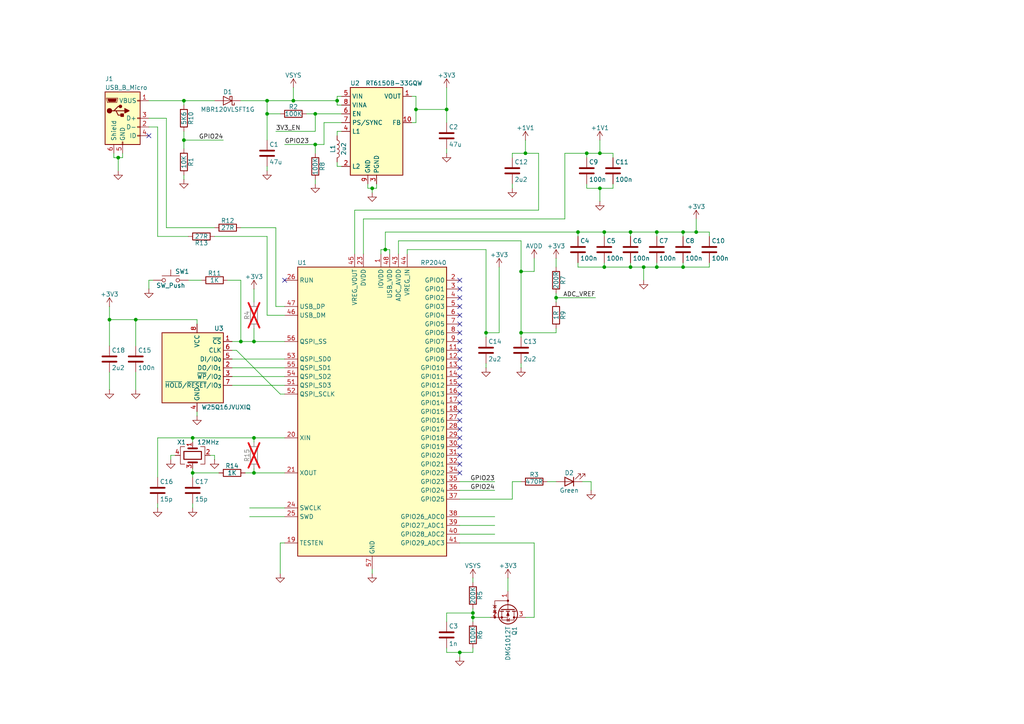
<source format=kicad_sch>
(kicad_sch (version 20250114) (generator "eeschema") (generator_version "9.0")
  (paper "A4")
  (title_block (title "Index Audio Amplifier") (date "In-Progress") (rev "0-dev") (comment 1 "Peter S. Hollander") (comment 2 "recursivenomad@protonmail.com") (comment 3 "MIT-0 OR CC0-1.0") (comment 4 "https://gitlab.com/recursivenomad/index-audio-amplifier/"))
  (lib_symbols
    (symbol "Connector:USB_B_Micro" (pin_names (offset 1.016))
      (property "Reference" "J" (at -5.08 11.43 0))
      (property "Value" "USB_B_Micro" (at -5.08 8.89 0))
      (symbol "USB_B_Micro_1_1"
        (pin passive line (at -2.54 -10.16 90) (length 2.54) (name "Shield") (number "6"))
        (pin power_out line (at 0 -10.16 90) (length 2.54) (name "GND") (number "5"))
        (pin power_out line (at 7.62 5.08 180) (length 2.54) (name "VBUS") (number "1"))
        (pin bidirectional line (at 7.62 0 180) (length 2.54) (name "D+") (number "3"))
        (pin bidirectional line (at 7.62 -2.54 180) (length 2.54) (name "D-") (number "2"))
        (pin passive line (at 7.62 -5.08 180) (length 2.54) (name "ID") (number "4"))
      )
    )
    (symbol "Device:C" (pin_numbers (hide yes)) (pin_names (offset 0.254))
      (property "Reference" "C" (at 0.635 2.54 0))
      (property "Value" "C" (at 0.635 -2.54 0))
      (symbol "C_1_1"
        (pin passive line (at 0 3.81 270) (length 2.794) (name "~") (number "1"))
        (pin passive line (at 0 -3.81 90) (length 2.794) (name "~") (number "2"))
      )
    )
    (symbol "Device:Crystal_GND24" (pin_names (offset 1.016) (hide yes))
      (property "Reference" "Y" (at 3.175 5.08 0))
      (property "Value" "Crystal_GND24" (at 3.175 3.175 0))
      (symbol "Crystal_GND24_1_1"
        (pin passive line (at -3.81 0 0) (length 1.27) (name "1") (number "1"))
        (pin passive line (at 0 5.08 270) (length 1.27) (name "2") (number "2"))
        (pin passive line (at 0 -5.08 90) (length 1.27) (name "4") (number "4"))
        (pin passive line (at 3.81 0 180) (length 1.27) (name "3") (number "3"))
      )
    )
    (symbol "Device:L" (pin_numbers (hide yes)) (pin_names (offset 1.016) (hide yes))
      (property "Reference" "L" (at -1.27 0 90))
      (property "Value" "L" (at 1.905 0 90))
      (symbol "L_1_1"
        (pin passive line (at 0 3.81 270) (length 1.27) (name "1") (number "1"))
        (pin passive line (at 0 -3.81 90) (length 1.27) (name "2") (number "2"))
      )
    )
    (symbol "Device:LED" (pin_numbers (hide yes)) (pin_names (offset 1.016) (hide yes))
      (property "Reference" "D" (at 0 2.54 0))
      (property "Value" "LED" (at 0 -2.54 0))
      (symbol "LED_1_1"
        (pin passive line (at -3.81 0 0) (length 2.54) (name "K") (number "1"))
        (pin passive line (at 3.81 0 180) (length 2.54) (name "A") (number "2"))
      )
    )
    (symbol "Device:R" (pin_numbers (hide yes)) (pin_names (offset 0))
      (property "Reference" "R" (at 2.032 0 90))
      (property "Value" "R" (at 0 0 90))
      (symbol "R_1_1"
        (pin passive line (at 0 3.81 270) (length 1.27) (name "~") (number "1"))
        (pin passive line (at 0 -3.81 90) (length 1.27) (name "~") (number "2"))
      )
    )
    (symbol "Diode:MBR1020VL" (pin_numbers (hide yes)) (pin_names (hide yes))
      (property "Reference" "D" (at 0 2.54 0))
      (property "Value" "MBR1020VL" (at 0 -2.54 0))
      (symbol "MBR1020VL_1_1"
        (pin passive line (at -3.81 0 0) (length 2.54) (name "K") (number "1"))
        (pin passive line (at 3.81 0 180) (length 2.54) (name "A") (number "2"))
      )
    )
    (symbol "MCU_RaspberryPi:RP2040"
      (property "Reference" "U" (at 17.78 45.72 0))
      (property "Value" "RP2040" (at 17.78 43.18 0))
      (symbol "RP2040_1_1"
        (pin input line (at -25.4 38.1 0) (length 3.81) (name "RUN") (number "26"))
        (pin bidirectional line (at -25.4 30.48 0) (length 3.81) (name "USB_DP") (number "47"))
        (pin bidirectional line (at -25.4 27.94 0) (length 3.81) (name "USB_DM") (number "46"))
        (pin bidirectional line (at -25.4 20.32 0) (length 3.81) (name "QSPI_SS") (number "56"))
        (pin bidirectional line (at -25.4 15.24 0) (length 3.81) (name "QSPI_SD0") (number "53"))
        (pin bidirectional line (at -25.4 12.7 0) (length 3.81) (name "QSPI_SD1") (number "55"))
        (pin bidirectional line (at -25.4 10.16 0) (length 3.81) (name "QSPI_SD2") (number "54"))
        (pin bidirectional line (at -25.4 7.62 0) (length 3.81) (name "QSPI_SD3") (number "51"))
        (pin output line (at -25.4 5.08 0) (length 3.81) (name "QSPI_SCLK") (number "52"))
        (pin input line (at -25.4 -7.62 0) (length 3.81) (name "XIN") (number "20"))
        (pin passive line (at -25.4 -17.78 0) (length 3.81) (name "XOUT") (number "21"))
        (pin input line (at -25.4 -27.94 0) (length 3.81) (name "SWCLK") (number "24"))
        (pin bidirectional line (at -25.4 -30.48 0) (length 3.81) (name "SWD") (number "25"))
        (pin input line (at -25.4 -38.1 0) (length 3.81) (name "TESTEN") (number "19"))
        (pin power_out line (at -5.08 45.72 270) (length 3.81) (name "VREG_VOUT") (number "45"))
        (pin power_in line (at -2.54 45.72 270) (length 3.81) (name "DVDD") (number "23"))
        (pin passive line (at -2.54 45.72 270) (length 3.81) (hide yes) (name "DVDD") (number "50"))
        (pin power_in line (at 0 -45.72 90) (length 3.81) (name "GND") (number "57"))
        (pin power_in line (at 2.54 45.72 270) (length 3.81) (name "IOVDD") (number "1"))
        (pin passive line (at 2.54 45.72 270) (length 3.81) (hide yes) (name "IOVDD") (number "10"))
        (pin passive line (at 2.54 45.72 270) (length 3.81) (hide yes) (name "IOVDD") (number "22"))
        (pin passive line (at 2.54 45.72 270) (length 3.81) (hide yes) (name "IOVDD") (number "33"))
        (pin passive line (at 2.54 45.72 270) (length 3.81) (hide yes) (name "IOVDD") (number "42"))
        (pin passive line (at 2.54 45.72 270) (length 3.81) (hide yes) (name "IOVDD") (number "49"))
        (pin power_in line (at 5.08 45.72 270) (length 3.81) (name "USB_VDD") (number "48"))
        (pin power_in line (at 7.62 45.72 270) (length 3.81) (name "ADC_AVDD") (number "43"))
        (pin power_in line (at 10.16 45.72 270) (length 3.81) (name "VREG_IN") (number "44"))
        (pin bidirectional line (at 25.4 38.1 180) (length 3.81) (name "GPIO0") (number "2"))
        (pin bidirectional line (at 25.4 35.56 180) (length 3.81) (name "GPIO1") (number "3"))
        (pin bidirectional line (at 25.4 33.02 180) (length 3.81) (name "GPIO2") (number "4"))
        (pin bidirectional line (at 25.4 30.48 180) (length 3.81) (name "GPIO3") (number "5"))
        (pin bidirectional line (at 25.4 27.94 180) (length 3.81) (name "GPIO4") (number "6"))
        (pin bidirectional line (at 25.4 25.4 180) (length 3.81) (name "GPIO5") (number "7"))
        (pin bidirectional line (at 25.4 22.86 180) (length 3.81) (name "GPIO6") (number "8"))
        (pin bidirectional line (at 25.4 20.32 180) (length 3.81) (name "GPIO7") (number "9"))
        (pin bidirectional line (at 25.4 17.78 180) (length 3.81) (name "GPIO8") (number "11"))
        (pin bidirectional line (at 25.4 15.24 180) (length 3.81) (name "GPIO9") (number "12"))
        (pin bidirectional line (at 25.4 12.7 180) (length 3.81) (name "GPIO10") (number "13"))
        (pin bidirectional line (at 25.4 10.16 180) (length 3.81) (name "GPIO11") (number "14"))
        (pin bidirectional line (at 25.4 7.62 180) (length 3.81) (name "GPIO12") (number "15"))
        (pin bidirectional line (at 25.4 5.08 180) (length 3.81) (name "GPIO13") (number "16"))
        (pin bidirectional line (at 25.4 2.54 180) (length 3.81) (name "GPIO14") (number "17"))
        (pin bidirectional line (at 25.4 0 180) (length 3.81) (name "GPIO15") (number "18"))
        (pin bidirectional line (at 25.4 -2.54 180) (length 3.81) (name "GPIO16") (number "27"))
        (pin bidirectional line (at 25.4 -5.08 180) (length 3.81) (name "GPIO17") (number "28"))
        (pin bidirectional line (at 25.4 -7.62 180) (length 3.81) (name "GPIO18") (number "29"))
        (pin bidirectional line (at 25.4 -10.16 180) (length 3.81) (name "GPIO19") (number "30"))
        (pin bidirectional line (at 25.4 -12.7 180) (length 3.81) (name "GPIO20") (number "31"))
        (pin bidirectional line (at 25.4 -15.24 180) (length 3.81) (name "GPIO21") (number "32"))
        (pin bidirectional line (at 25.4 -17.78 180) (length 3.81) (name "GPIO22") (number "34"))
        (pin bidirectional line (at 25.4 -20.32 180) (length 3.81) (name "GPIO23") (number "35"))
        (pin bidirectional line (at 25.4 -22.86 180) (length 3.81) (name "GPIO24") (number "36"))
        (pin bidirectional line (at 25.4 -25.4 180) (length 3.81) (name "GPIO25") (number "37"))
        (pin bidirectional line (at 25.4 -30.48 180) (length 3.81) (name "GPIO26_ADC0") (number "38"))
        (pin bidirectional line (at 25.4 -33.02 180) (length 3.81) (name "GPIO27_ADC1") (number "39"))
        (pin bidirectional line (at 25.4 -35.56 180) (length 3.81) (name "GPIO28_ADC2") (number "40"))
        (pin bidirectional line (at 25.4 -38.1 180) (length 3.81) (name "GPIO29_ADC3") (number "41"))
      )
    )
    (symbol "Memory_Flash:W25Q16JVSS"
      (property "Reference" "U" (at -6.35 11.43 0))
      (property "Value" "W25Q16JVSS" (at 7.62 11.43 0))
      (symbol "W25Q16JVSS_1_1"
        (pin input line (at -10.16 7.62 0) (length 2.54) (name "~{CS}") (number "1"))
        (pin input line (at -10.16 5.08 0) (length 2.54) (name "CLK") (number "6"))
        (pin bidirectional line (at -10.16 2.54 0) (length 2.54) (name "DI/IO_{0}") (number "5"))
        (pin bidirectional line (at -10.16 0 0) (length 2.54) (name "DO/IO_{1}") (number "2"))
        (pin bidirectional line (at -10.16 -2.54 0) (length 2.54) (name "~{WP}/IO_{2}") (number "3"))
        (pin bidirectional line (at -10.16 -5.08 0) (length 2.54) (name "~{HOLD}/~{RESET}/IO_{3}") (number "7"))
        (pin power_in line (at 0 12.7 270) (length 2.54) (name "VCC") (number "8"))
        (pin power_in line (at 0 -12.7 90) (length 2.54) (name "GND") (number "4"))
      )
    )
    (symbol "Regulator_Switching:TPS63000"
      (property "Reference" "U" (at -7.62 13.97 0))
      (property "Value" "TPS63000" (at 5.08 13.97 0))
      (symbol "TPS63000_1_1"
        (pin power_in line (at -10.16 10.16 0) (length 2.54) (name "VIN") (number "5"))
        (pin power_in line (at -10.16 7.62 0) (length 2.54) (name "VINA") (number "8"))
        (pin input line (at -10.16 5.08 0) (length 2.54) (name "EN") (number "6"))
        (pin input line (at -10.16 2.54 0) (length 2.54) (name "PS/SYNC") (number "7"))
        (pin input line (at -10.16 0 0) (length 2.54) (name "L1") (number "4"))
        (pin input line (at -10.16 -10.16 0) (length 2.54) (name "L2") (number "2"))
        (pin power_in line (at -2.54 -15.24 90) (length 2.54) (name "GND") (number "9"))
        (pin passive line (at 0 -15.24 90) (length 2.54) (hide yes) (name "PGND") (number "11"))
        (pin power_in line (at 0 -15.24 90) (length 2.54) (name "PGND") (number "3"))
        (pin power_out line (at 10.16 10.16 180) (length 2.54) (name "VOUT") (number "1"))
        (pin input line (at 10.16 2.54 180) (length 2.54) (name "FB") (number "10"))
      )
    )
    (symbol "Switch:SW_Push" (pin_numbers (hide yes)) (pin_names (offset 1.016) (hide yes))
      (property "Reference" "SW" (at 1.27 2.54 0))
      (property "Value" "SW_Push" (at 0 -1.524 0))
      (symbol "SW_Push_0_1"
        (pin passive line (at -5.08 0 0) (length 2.54) (name "1") (number "1"))
        (pin passive line (at 5.08 0 180) (length 2.54) (name "2") (number "2"))
      )
    )
    (symbol "Transistor_FET:DMG1012T" (pin_names (offset 0) (hide yes))
      (property "Reference" "Q" (at 5.08 1.905 0))
      (property "Value" "DMG1012T" (at 5.08 0 0))
      (symbol "DMG1012T_1_1"
        (pin input line (at -5.08 0 0) (length 2.54) (name "G") (number "1"))
        (pin passive line (at 2.54 5.08 270) (length 2.54) (name "D") (number "3"))
        (pin passive line (at 2.54 -5.08 90) (length 2.54) (name "S") (number "2"))
      )
    )
    (symbol "power:+1V1" (power) (pin_numbers (hide yes)) (pin_names (offset 0) (hide yes))
      (property "Value" "+1V1" (at 0 3.556 0))
      (symbol "+1V1_1_1"
        (pin power_in line (at 0 0 90) (length 0) (name "~") (number "1"))
      )
    )
    (symbol "power:+3V3" (power) (pin_numbers (hide yes)) (pin_names (offset 0) (hide yes))
      (property "Value" "+3V3" (at 0 3.556 0))
      (symbol "+3V3_1_1"
        (pin power_in line (at 0 0 90) (length 0) (name "~") (number "1"))
      )
    )
    (symbol "power:GND" (power) (pin_numbers (hide yes)) (pin_names (offset 0) (hide yes))
      (property "Value" "GND" (at 0 -3.81 0))
      (symbol "GND_1_1"
        (pin power_in line (at 0 0 270) (length 0) (name "~") (number "1"))
      )
    )
    (symbol "power:PWR_FLAG" (power) (pin_numbers (hide yes)) (pin_names (offset 0) (hide yes))
      (property "Value" "PWR_FLAG" (at 0 3.81 0))
      (symbol "PWR_FLAG_0_0"
        (pin power_out line (at 0 0 90) (length 0) (name "~") (number "1"))
      )
    )
    (symbol "power:VCC" (power) (pin_numbers (hide yes)) (pin_names (offset 0) (hide yes))
      (property "Value" "VCC" (at 0 3.556 0))
      (symbol "VCC_1_1"
        (pin power_in line (at 0 0 90) (length 0) (name "~") (number "1"))
      )
    )
    (symbol "power:VDDA" (power) (pin_numbers (hide yes)) (pin_names (offset 0) (hide yes))
      (property "Value" "VDDA" (at 0 3.556 0))
      (symbol "VDDA_1_1"
        (pin power_in line (at 0 0 90) (length 0) (name "~") (number "1"))
      )
    )
  )
  (junction (at 77.47 33.02))
  (junction (at 111.76 72.39))
  (junction (at 34.29 45.72))
  (junction (at 91.44 33.02))
  (junction (at 73.66 137.16))
  (junction (at 140.97 96.52))
  (junction (at 175.26 67.31))
  (junction (at 175.26 77.47))
  (junction (at 190.5 77.47))
  (junction (at 55.88 137.16))
  (junction (at 107.95 54.61))
  (junction (at 186.69 77.47))
  (junction (at 190.5 67.31))
  (junction (at 97.79 29.21))
  (junction (at 198.12 77.47))
  (junction (at 55.88 127))
  (junction (at 151.13 96.52))
  (junction (at 201.93 67.31))
  (junction (at 170.18 44.45))
  (junction (at 137.16 177.8))
  (junction (at 152.4 44.45))
  (junction (at 133.35 189.23))
  (junction (at 69.85 99.06))
  (junction (at 53.34 29.21))
  (junction (at 161.29 86.36))
  (junction (at 173.99 54.61))
  (junction (at 39.37 92.71))
  (junction (at 167.64 67.31))
  (junction (at 182.88 77.47))
  (junction (at 137.16 179.07))
  (junction (at 129.54 31.75))
  (junction (at 120.65 31.75))
  (junction (at 77.47 29.21))
  (junction (at 85.09 29.21))
  (junction (at 173.99 44.45))
  (junction (at 31.75 92.71))
  (junction (at 73.66 99.06))
  (junction (at 91.44 41.91))
  (junction (at 198.12 67.31))
  (junction (at 182.88 67.31))
  (junction (at 53.34 40.64))
  (junction (at 73.66 127))
  (junction (at 151.13 78.74))
  (no_connect (at 133.35 93.98))
  (no_connect (at 133.35 96.52))
  (no_connect (at 133.35 83.82))
  (no_connect (at 133.35 134.62))
  (no_connect (at 133.35 137.16))
  (no_connect (at 133.35 114.3))
  (no_connect (at 133.35 91.44))
  (no_connect (at 133.35 111.76))
  (no_connect (at 133.35 104.14))
  (no_connect (at 133.35 101.6))
  (no_connect (at 133.35 106.68))
  (no_connect (at 133.35 129.54))
  (no_connect (at 133.35 116.84))
  (no_connect (at 82.55 81.28))
  (no_connect (at 133.35 86.36))
  (no_connect (at 133.35 121.92))
  (no_connect (at 133.35 99.06))
  (no_connect (at 133.35 81.28))
  (no_connect (at 133.35 119.38))
  (no_connect (at 133.35 124.46))
  (no_connect (at 43.18 39.37))
  (no_connect (at 133.35 109.22))
  (no_connect (at 133.35 127))
  (no_connect (at 133.35 88.9))
  (no_connect (at 133.35 132.08))
  (wire (pts (xy 99.06 27.94) (xy 97.79 27.94)))
  (wire (pts (xy 148.59 54.61) (xy 148.59 53.34)))
  (wire (pts (xy 80.01 88.9) (xy 82.55 88.9)))
  (wire (pts (xy 73.66 127) (xy 82.55 127)))
  (wire (pts (xy 107.95 54.61) (xy 106.68 54.61)))
  (wire (pts (xy 55.88 127) (xy 73.66 127)))
  (wire (pts (xy 93.98 35.56) (xy 93.98 41.91)))
  (wire (pts (xy 140.97 72.39) (xy 140.97 96.52)))
  (wire (pts (xy 190.5 67.31) (xy 190.5 68.58)))
  (wire (pts (xy 57.15 120.65) (xy 57.15 119.38)))
  (wire (pts (xy 73.66 99.06) (xy 82.55 99.06)))
  (wire (pts (xy 77.47 29.21) (xy 77.47 33.02)))
  (wire (pts (xy 133.35 189.23) (xy 137.16 189.23)))
  (wire (pts (xy 154.94 74.93) (xy 154.94 78.74)))
  (wire (pts (xy 173.99 44.45) (xy 177.8 44.45)))
  (wire (pts (xy 140.97 96.52) (xy 144.78 96.52)))
  (wire (pts (xy 133.35 154.94) (xy 143.51 154.94)))
  (wire (pts (xy 62.23 29.21) (xy 53.34 29.21)))
  (wire (pts (xy 167.64 76.2) (xy 167.64 77.47)))
  (wire (pts (xy 177.8 44.45) (xy 177.8 45.72)))
  (wire (pts (xy 54.61 81.28) (xy 58.42 81.28)))
  (wire (pts (xy 105.41 73.66) (xy 105.41 63.5)))
  (wire (pts (xy 110.49 72.39) (xy 110.49 73.66)))
  (wire (pts (xy 80.01 66.04) (xy 80.01 88.9)))
  (wire (pts (xy 34.29 45.72) (xy 33.02 45.72)))
  (wire (pts (xy 67.31 109.22) (xy 82.55 109.22)))
  (wire (pts (xy 152.4 44.45) (xy 148.59 44.45)))
  (wire (pts (xy 170.18 44.45) (xy 170.18 45.72)))
  (wire (pts (xy 171.45 142.24) (xy 171.45 139.7)))
  (wire (pts (xy 88.9 33.02) (xy 91.44 33.02)))
  (wire (pts (xy 167.64 67.31) (xy 167.64 68.58)))
  (wire (pts (xy 48.26 66.04) (xy 62.23 66.04)))
  (wire (pts (xy 129.54 44.45) (xy 129.54 43.18)))
  (wire (pts (xy 161.29 96.52) (xy 151.13 96.52)))
  (wire (pts (xy 67.31 111.76) (xy 82.55 111.76)))
  (wire (pts (xy 43.18 81.28) (xy 43.18 83.82)))
  (wire (pts (xy 81.28 157.48) (xy 82.55 157.48)))
  (wire (pts (xy 49.53 132.08) (xy 50.8 132.08)))
  (wire (pts (xy 152.4 179.07) (xy 154.94 179.07)))
  (wire (pts (xy 186.69 77.47) (xy 186.69 81.28)))
  (wire (pts (xy 144.78 96.52) (xy 144.78 77.47)))
  (wire (pts (xy 163.83 44.45) (xy 163.83 63.5)))
  (wire (pts (xy 66.04 81.28) (xy 69.85 81.28)))
  (wire (pts (xy 31.75 92.71) (xy 31.75 100.33)))
  (wire (pts (xy 304.8 191.77) (xy 304.8 195.58)))
  (wire (pts (xy 53.34 29.21) (xy 43.18 29.21)))
  (wire (pts (xy 115.57 73.66) (xy 115.57 69.85)))
  (wire (pts (xy 198.12 77.47) (xy 205.74 77.47)))
  (wire (pts (xy 133.35 149.86) (xy 143.51 149.86)))
  (wire (pts (xy 205.74 76.2) (xy 205.74 77.47)))
  (wire (pts (xy 161.29 85.09) (xy 161.29 86.36)))
  (wire (pts (xy 198.12 67.31) (xy 201.93 67.31)))
  (wire (pts (xy 158.75 139.7) (xy 161.29 139.7)))
  (wire (pts (xy 173.99 54.61) (xy 173.99 58.42)))
  (wire (pts (xy 182.88 77.47) (xy 186.69 77.47)))
  (wire (pts (xy 91.44 33.02) (xy 99.06 33.02)))
  (wire (pts (xy 97.79 27.94) (xy 97.79 29.21)))
  (wire (pts (xy 73.66 95.25) (xy 73.66 99.06)))
  (wire (pts (xy 151.13 106.68) (xy 151.13 105.41)))
  (wire (pts (xy 129.54 187.96) (xy 129.54 189.23)))
  (wire (pts (xy 133.35 144.78) (xy 148.59 144.78)))
  (wire (pts (xy 133.35 152.4) (xy 143.51 152.4)))
  (wire (pts (xy 129.54 189.23) (xy 133.35 189.23)))
  (wire (pts (xy 55.88 135.89) (xy 55.88 137.16)))
  (wire (pts (xy 148.59 144.78) (xy 148.59 139.7)))
  (wire (pts (xy 161.29 95.25) (xy 161.29 96.52)))
  (wire (pts (xy 107.95 55.88) (xy 107.95 54.61)))
  (wire (pts (xy 119.38 27.94) (xy 120.65 27.94)))
  (wire (pts (xy 48.26 34.29) (xy 48.26 66.04)))
  (wire (pts (xy 147.32 167.64) (xy 147.32 171.45)))
  (wire (pts (xy 154.94 78.74) (xy 151.13 78.74)))
  (wire (pts (xy 120.65 35.56) (xy 119.38 35.56)))
  (wire (pts (xy 167.64 67.31) (xy 175.26 67.31)))
  (wire (pts (xy 129.54 31.75) (xy 129.54 35.56)))
  (wire (pts (xy 161.29 77.47) (xy 161.29 74.93)))
  (wire (pts (xy 170.18 44.45) (xy 173.99 44.45)))
  (wire (pts (xy 73.66 135.89) (xy 73.66 137.16)))
  (wire (pts (xy 111.76 67.31) (xy 167.64 67.31)))
  (wire (pts (xy 55.88 137.16) (xy 63.5 137.16)))
  (wire (pts (xy 140.97 106.68) (xy 140.97 105.41)))
  (wire (pts (xy 137.16 177.8) (xy 137.16 179.07)))
  (wire (pts (xy 163.83 44.45) (xy 170.18 44.45)))
  (wire (pts (xy 170.18 53.34) (xy 170.18 54.61)))
  (wire (pts (xy 69.85 66.04) (xy 80.01 66.04)))
  (wire (pts (xy 115.57 69.85) (xy 151.13 69.85)))
  (wire (pts (xy 182.88 67.31) (xy 182.88 68.58)))
  (wire (pts (xy 175.26 67.31) (xy 182.88 67.31)))
  (wire (pts (xy 69.85 29.21) (xy 77.47 29.21)))
  (wire (pts (xy 148.59 44.45) (xy 148.59 45.72)))
  (wire (pts (xy 85.09 29.21) (xy 97.79 29.21)))
  (wire (pts (xy 31.75 113.03) (xy 31.75 107.95)))
  (wire (pts (xy 39.37 107.95) (xy 39.37 113.03)))
  (wire (pts (xy 45.72 68.58) (xy 45.72 36.83)))
  (wire (pts (xy 129.54 177.8) (xy 129.54 180.34)))
  (wire (pts (xy 81.28 157.48) (xy 81.28 166.37)))
  (wire (pts (xy 161.29 86.36) (xy 172.72 86.36)))
  (wire (pts (xy 171.45 139.7) (xy 168.91 139.7)))
  (wire (pts (xy 175.26 67.31) (xy 175.26 68.58)))
  (wire (pts (xy 73.66 127) (xy 73.66 128.27)))
  (wire (pts (xy 133.35 157.48) (xy 154.94 157.48)))
  (wire (pts (xy 190.5 77.47) (xy 198.12 77.47)))
  (wire (pts (xy 69.85 99.06) (xy 73.66 99.06)))
  (wire (pts (xy 129.54 25.4) (xy 129.54 31.75)))
  (wire (pts (xy 82.55 91.44) (xy 77.47 91.44)))
  (wire (pts (xy 62.23 68.58) (xy 77.47 68.58)))
  (wire (pts (xy 45.72 127) (xy 45.72 138.43)))
  (wire (pts (xy 111.76 72.39) (xy 110.49 72.39)))
  (wire (pts (xy 80.01 38.1) (xy 91.44 38.1)))
  (wire (pts (xy 186.69 77.47) (xy 190.5 77.47)))
  (wire (pts (xy 72.39 149.86) (xy 82.55 149.86)))
  (wire (pts (xy 39.37 92.71) (xy 57.15 92.71)))
  (wire (pts (xy 67.31 104.14) (xy 82.55 104.14)))
  (wire (pts (xy 31.75 88.9) (xy 31.75 92.71)))
  (wire (pts (xy 57.15 92.71) (xy 57.15 93.98)))
  (wire (pts (xy 154.94 179.07) (xy 154.94 157.48)))
  (wire (pts (xy 91.44 41.91) (xy 93.98 41.91)))
  (wire (pts (xy 156.21 60.96) (xy 156.21 44.45)))
  (wire (pts (xy 151.13 69.85) (xy 151.13 78.74)))
  (wire (pts (xy 133.35 142.24) (xy 143.51 142.24)))
  (wire (pts (xy 107.95 166.37) (xy 107.95 165.1)))
  (wire (pts (xy 71.12 137.16) (xy 73.66 137.16)))
  (wire (pts (xy 102.87 60.96) (xy 156.21 60.96)))
  (wire (pts (xy 142.24 179.07) (xy 137.16 179.07)))
  (wire (pts (xy 120.65 27.94) (xy 120.65 31.75)))
  (wire (pts (xy 73.66 83.82) (xy 73.66 87.63)))
  (wire (pts (xy 113.03 72.39) (xy 111.76 72.39)))
  (wire (pts (xy 55.88 137.16) (xy 55.88 138.43)))
  (wire (pts (xy 118.11 72.39) (xy 118.11 73.66)))
  (wire (pts (xy 182.88 67.31) (xy 190.5 67.31)))
  (wire (pts (xy 151.13 96.52) (xy 151.13 97.79)))
  (wire (pts (xy 53.34 30.48) (xy 53.34 29.21)))
  (wire (pts (xy 77.47 68.58) (xy 77.47 91.44)))
  (wire (pts (xy 99.06 35.56) (xy 93.98 35.56)))
  (wire (pts (xy 167.64 77.47) (xy 175.26 77.47)))
  (wire (pts (xy 55.88 127) (xy 45.72 127)))
  (wire (pts (xy 34.29 45.72) (xy 34.29 49.53)))
  (wire (pts (xy 33.02 45.72) (xy 33.02 44.45)))
  (wire (pts (xy 190.5 76.2) (xy 190.5 77.47)))
  (wire (pts (xy 99.06 48.26) (xy 97.79 48.26)))
  (wire (pts (xy 77.47 33.02) (xy 81.28 33.02)))
  (wire (pts (xy 129.54 177.8) (xy 137.16 177.8)))
  (wire (pts (xy 77.47 33.02) (xy 77.47 40.64)))
  (wire (pts (xy 120.65 31.75) (xy 129.54 31.75)))
  (wire (pts (xy 161.29 86.36) (xy 161.29 87.63)))
  (wire (pts (xy 133.35 190.5) (xy 133.35 189.23)))
  (wire (pts (xy 68.58 101.6) (xy 81.28 114.3)))
  (wire (pts (xy 53.34 40.64) (xy 53.34 38.1)))
  (wire (pts (xy 173.99 40.64) (xy 173.99 44.45)))
  (wire (pts (xy 91.44 52.07) (xy 91.44 53.34)))
  (wire (pts (xy 82.55 41.91) (xy 91.44 41.91)))
  (wire (pts (xy 118.11 72.39) (xy 140.97 72.39)))
  (wire (pts (xy 31.75 92.71) (xy 39.37 92.71)))
  (wire (pts (xy 68.58 101.6) (xy 67.31 101.6)))
  (wire (pts (xy 99.06 38.1) (xy 97.79 38.1)))
  (wire (pts (xy 198.12 67.31) (xy 190.5 67.31)))
  (wire (pts (xy 53.34 43.18) (xy 53.34 40.64)))
  (wire (pts (xy 85.09 25.4) (xy 85.09 29.21)))
  (wire (pts (xy 53.34 40.64) (xy 64.77 40.64)))
  (wire (pts (xy 53.34 52.07) (xy 53.34 50.8)))
  (wire (pts (xy 198.12 67.31) (xy 198.12 68.58)))
  (wire (pts (xy 43.18 34.29) (xy 48.26 34.29)))
  (wire (pts (xy 111.76 72.39) (xy 111.76 67.31)))
  (wire (pts (xy 45.72 68.58) (xy 54.61 68.58)))
  (wire (pts (xy 109.22 54.61) (xy 109.22 53.34)))
  (wire (pts (xy 175.26 76.2) (xy 175.26 77.47)))
  (wire (pts (xy 97.79 38.1) (xy 97.79 39.37)))
  (wire (pts (xy 133.35 139.7) (xy 143.51 139.7)))
  (wire (pts (xy 151.13 78.74) (xy 151.13 96.52)))
  (wire (pts (xy 77.47 29.21) (xy 85.09 29.21)))
  (wire (pts (xy 170.18 54.61) (xy 173.99 54.61)))
  (wire (pts (xy 137.16 176.53) (xy 137.16 177.8)))
  (wire (pts (xy 49.53 132.08) (xy 49.53 133.35)))
  (wire (pts (xy 97.79 46.99) (xy 97.79 48.26)))
  (wire (pts (xy 152.4 40.64) (xy 152.4 44.45)))
  (wire (pts (xy 72.39 147.32) (xy 82.55 147.32)))
  (wire (pts (xy 77.47 49.53) (xy 77.47 48.26)))
  (wire (pts (xy 304.8 175.26) (xy 304.8 179.07)))
  (wire (pts (xy 140.97 96.52) (xy 140.97 97.79)))
  (wire (pts (xy 201.93 63.5) (xy 201.93 67.31)))
  (wire (pts (xy 173.99 54.61) (xy 177.8 54.61)))
  (wire (pts (xy 137.16 179.07) (xy 137.16 180.34)))
  (wire (pts (xy 105.41 63.5) (xy 163.83 63.5)))
  (wire (pts (xy 113.03 73.66) (xy 113.03 72.39)))
  (wire (pts (xy 69.85 81.28) (xy 69.85 99.06)))
  (wire (pts (xy 91.44 33.02) (xy 91.44 38.1)))
  (wire (pts (xy 177.8 54.61) (xy 177.8 53.34)))
  (wire (pts (xy 35.56 45.72) (xy 34.29 45.72)))
  (wire (pts (xy 55.88 147.32) (xy 55.88 146.05)))
  (wire (pts (xy 137.16 167.64) (xy 137.16 168.91)))
  (wire (pts (xy 45.72 147.32) (xy 45.72 146.05)))
  (wire (pts (xy 91.44 41.91) (xy 91.44 44.45)))
  (wire (pts (xy 120.65 31.75) (xy 120.65 35.56)))
  (wire (pts (xy 97.79 30.48) (xy 99.06 30.48)))
  (wire (pts (xy 107.95 54.61) (xy 109.22 54.61)))
  (wire (pts (xy 67.31 106.68) (xy 82.55 106.68)))
  (wire (pts (xy 205.74 67.31) (xy 205.74 68.58)))
  (wire (pts (xy 67.31 99.06) (xy 69.85 99.06)))
  (wire (pts (xy 102.87 73.66) (xy 102.87 60.96)))
  (wire (pts (xy 175.26 77.47) (xy 182.88 77.47)))
  (wire (pts (xy 156.21 44.45) (xy 152.4 44.45)))
  (wire (pts (xy 35.56 45.72) (xy 35.56 44.45)))
  (wire (pts (xy 39.37 92.71) (xy 39.37 100.33)))
  (wire (pts (xy 182.88 76.2) (xy 182.88 77.47)))
  (wire (pts (xy 97.79 30.48) (xy 97.79 29.21)))
  (wire (pts (xy 137.16 189.23) (xy 137.16 187.96)))
  (wire (pts (xy 82.55 114.3) (xy 81.28 114.3)))
  (wire (pts (xy 106.68 54.61) (xy 106.68 53.34)))
  (wire (pts (xy 44.45 81.28) (xy 43.18 81.28)))
  (wire (pts (xy 201.93 67.31) (xy 205.74 67.31)))
  (wire (pts (xy 62.23 132.08) (xy 60.96 132.08)))
  (wire (pts (xy 55.88 128.27) (xy 55.88 127)))
  (wire (pts (xy 148.59 139.7) (xy 151.13 139.7)))
  (wire (pts (xy 62.23 132.08) (xy 62.23 133.35)))
  (wire (pts (xy 73.66 137.16) (xy 82.55 137.16)))
  (wire (pts (xy 198.12 76.2) (xy 198.12 77.47)))
  (wire (pts (xy 45.72 36.83) (xy 43.18 36.83)))
  (label "GPIO24" (at 143.51 142.24 180))
  (label "3V3_EN" (at 80.01 38.1 0))
  (label "GPIO23" (at 82.55 41.91 0))
  (label "GPIO24" (at 64.77 40.64 180))
  (label "GPIO23" (at 143.51 139.7 180))
  (label "ADC_VREF" (at 172.72 86.36 180))
  (symbol (lib_id "power:GND") (at 133.35 190.5 0) (unit 1)
    (property "Reference" "#PWR023" (effects (hide yes)))
    (property "Value" "GND" (effects (hide yes)))
    (property "Description" "Power symbol creates a global label with name \"GND\" , ground" (effects (hide yes)))
  )
  (symbol (lib_id "power:GND") (at 173.99 58.42 0) (unit 1)
    (property "Reference" "#PWR031" (effects (hide yes)))
    (property "Value" "GND" (effects (hide yes)))
    (property "Description" "Power symbol creates a global label with name \"GND\" , ground" (effects (hide yes)))
  )
  (symbol (lib_id "Device:L") (at 97.79 43.18 0) (unit 1)
    (property "Reference" "L1" (at 96.52 43.18 90))
    (property "Value" "2u2" (at 99.695 43.18 90))
    (property "Description" "Inductor" (effects (hide yes)))
  )
  (symbol (lib_id "Device:R") (at 66.04 66.04 90) (unit 1)
    (property "Reference" "R12" (at 66.04 64.008 90))
    (property "Value" "27R" (at 66.04 66.04 90))
    (property "Footprint" "Resistor_SMD:R_0603_1608Metric" (effects (hide yes)))
    (property "Description" "Resistor" (effects (hide yes)))
  )
  (symbol (lib_id "power:PWR_FLAG") (at 304.8 179.07 180) (unit 1)
    (property "Reference" "#FLG02" (effects (hide yes)))
    (property "Value" "PWR_FLAG" (at 304.8 182.88 0))
    (property "Description" "Special symbol for telling ERC where power comes from" (effects (hide yes)))
  )
  (symbol (lib_id "Device:LED") (at 165.1 139.7 180) (unit 1)
    (property "Reference" "D2" (at 165.1 137.16 0))
    (property "Value" "Green" (at 165.1 142.24 0))
    (property "Description" "Light emitting diode" (effects (hide yes)))
    (property "Sim.Pins" "1=K 2=A" (effects (hide yes)))
  )
  (symbol (lib_id "Device:C") (at 167.64 72.39 0) (unit 1)
    (property "Reference" "C4" (at 168.275 69.85 0) (effects (justify left)))
    (property "Value" "100n" (at 168.275 74.93 0) (effects (justify left)))
    (property "Footprint" "Capacitor_SMD:C_0603_1608Metric" (effects (hide yes)))
    (property "Description" "Unpolarized capacitor" (effects (hide yes)))
  )
  (symbol (lib_id "power:GND") (at 107.95 166.37 0) (unit 1)
    (property "Reference" "#PWR011" (effects (hide yes)))
    (property "Value" "GND" (effects (hide yes)))
    (property "Description" "Power symbol creates a global label with name \"GND\" , ground" (effects (hide yes)))
  )
  (symbol (lib_id "Device:C") (at 140.97 101.6 0) (unit 1)
    (property "Reference" "C14" (at 141.605 99.06 0) (effects (justify left)))
    (property "Value" "2u2" (at 141.605 104.14 0) (effects (justify left)))
    (property "Footprint" "Capacitor_SMD:C_01005_0402Metric" (effects (hide yes)))
    (property "Description" "Unpolarized capacitor" (effects (hide yes)))
  )
  (symbol (lib_id "Device:C") (at 175.26 72.39 0) (unit 1)
    (property "Reference" "C5" (at 175.895 69.85 0) (effects (justify left)))
    (property "Value" "100n" (at 175.895 74.93 0) (effects (justify left)))
    (property "Footprint" "Capacitor_SMD:C_0603_1608Metric" (effects (hide yes)))
    (property "Description" "Unpolarized capacitor" (effects (hide yes)))
  )
  (symbol (lib_id "Device:R") (at 91.44 48.26 0) (unit 1)
    (property "Reference" "R8" (at 93.472 48.26 90))
    (property "Value" "100K" (at 91.44 48.26 90))
    (property "Footprint" "Resistor_SMD:R_0402_1005Metric" (effects (hide yes)))
    (property "Description" "Resistor" (effects (hide yes)))
  )
  (symbol (lib_id "power:VCC") (at 137.16 167.64 0) (unit 1)
    (property "Reference" "#PWR024" (effects (hide yes)))
    (property "Value" "VSYS" (at 137.16 164.084 0))
    (property "Description" "Power symbol creates a global label with name \"VCC\"" (effects (hide yes)))
  )
  (symbol (lib_id "power:+3V3") (at 147.32 167.64 0) (unit 1)
    (property "Reference" "#PWR022" (effects (hide yes)))
    (property "Value" "+3V3" (at 147.32 164.084 0))
    (property "Description" "Power symbol creates a global label with name \"+3V3\"" (effects (hide yes)))
  )
  (symbol (lib_id "Device:C") (at 148.59 49.53 0) (unit 1)
    (property "Reference" "C12" (at 149.225 46.99 0) (effects (justify left)))
    (property "Value" "2u2" (at 149.225 52.07 0) (effects (justify left)))
    (property "Footprint" "Capacitor_SMD:C_01005_0402Metric" (effects (hide yes)))
    (property "Description" "Unpolarized capacitor" (effects (hide yes)))
  )
  (symbol (lib_id "power:VCC") (at 304.8 191.77 0) (unit 1)
    (property "Reference" "#PWR035" (effects (hide yes)))
    (property "Value" "VSYS" (at 304.8 188.214 0))
    (property "Description" "Power symbol creates a global label with name \"VCC\"" (effects (hide yes)))
  )
  (symbol (lib_id "power:GND") (at 57.15 120.65 0) (unit 1)
    (property "Reference" "#PWR05" (effects (hide yes)))
    (property "Value" "GND" (effects (hide yes)))
    (property "Description" "Power symbol creates a global label with name \"GND\" , ground" (effects (hide yes)))
  )
  (symbol (lib_id "Device:C") (at 129.54 39.37 0) (unit 1)
    (property "Reference" "C2" (at 130.175 36.83 0) (effects (justify left)))
    (property "Value" "47u" (at 130.175 41.91 0) (effects (justify left)))
    (property "Footprint" "Capacitor_SMD:C_0805_2012Metric" (effects (hide yes)))
    (property "Description" "Unpolarized capacitor" (effects (hide yes)))
  )
  (symbol (lib_id "power:GND") (at 151.13 106.68 0) (unit 1)
    (property "Reference" "#PWR029" (effects (hide yes)))
    (property "Value" "GND" (effects (hide yes)))
    (property "Description" "Power symbol creates a global label with name \"GND\" , ground" (effects (hide yes)))
  )
  (symbol (lib_id "Device:C") (at 190.5 72.39 0) (unit 1)
    (property "Reference" "C7" (at 191.135 69.85 0) (effects (justify left)))
    (property "Value" "100n" (at 191.135 74.93 0) (effects (justify left)))
    (property "Footprint" "Capacitor_SMD:C_0603_1608Metric" (effects (hide yes)))
    (property "Description" "Unpolarized capacitor" (effects (hide yes)))
  )
  (symbol (lib_id "power:+3V3") (at 201.93 63.5 0) (unit 1)
    (property "Reference" "#PWR026" (effects (hide yes)))
    (property "Value" "+3V3" (at 201.93 59.944 0))
    (property "Description" "Power symbol creates a global label with name \"+3V3\"" (effects (hide yes)))
  )
  (symbol (lib_id "Device:R") (at 161.29 91.44 0) (unit 1)
    (property "Reference" "R9" (at 163.322 91.44 90))
    (property "Value" "1R" (at 161.29 91.44 90))
    (property "Footprint" "Resistor_SMD:R_0402_1005Metric" (effects (hide yes)))
    (property "Description" "Resistor" (effects (hide yes)))
  )
  (symbol (lib_id "Diode:MBR1020VL") (at 66.04 29.21 180) (unit 1)
    (property "Reference" "D1" (at 66.04 26.67 0))
    (property "Value" "MBR120VLSFT1G" (at 66.04 31.75 0))
    (property "Footprint" "Diode_SMD:D_SOD-123F" (effects (hide yes)))
    (property "Datasheet" "https://www.onsemi.com/download/data-sheet/pdf/mbr120vlsft1-d.pdf" (effects (hide yes)))
    (property "Description" "Schottky Diode Rectifier, SOD-123F" (effects (hide yes)))
  )
  (symbol (lib_id "power:GND") (at 91.44 53.34 0) (unit 1)
    (property "Reference" "#PWR015" (effects (hide yes)))
    (property "Value" "GND" (effects (hide yes)))
    (property "Description" "Power symbol creates a global label with name \"GND\" , ground" (effects (hide yes)))
  )
  (symbol (lib_id "Regulator_Switching:TPS63000") (at 109.22 38.1 0) (unit 1)
    (property "Reference" "U2" (at 101.6 24.13 0) (effects (justify left)))
    (property "Value" "RT6150B-33GQW" (at 114.3 24.13 0))
    (property "Footprint" "Package_DFN_QFN:WDFN-10-1EP_3x3mm_P0.5mm_EP1.8x2.5mm_ThermalVias" (effects (hide yes)))
    (property "Datasheet" "https://www.richtek.com/assets/product_file/RT6150A=RT6150B/DS6150AB-05.pdf" (effects (hide yes)))
    (property "Description" "Buck-Boost Converter" (effects (hide yes)))
  )
  (symbol (lib_id "power:GND") (at 81.28 166.37 0) (unit 1)
    (property "Reference" "#PWR012" (effects (hide yes)))
    (property "Value" "GND" (effects (hide yes)))
    (property "Description" "Power symbol creates a global label with name \"GND\" , ground" (effects (hide yes)))
  )
  (symbol (lib_id "power:+3V3") (at 31.75 88.9 0) (unit 1)
    (property "Reference" "#PWR06" (effects (hide yes)))
    (property "Value" "+3V3" (at 31.75 85.344 0))
    (property "Description" "Power symbol creates a global label with name \"+3V3\"" (effects (hide yes)))
  )
  (symbol (lib_id "Device:R") (at 137.16 172.72 0) (unit 1)
    (property "Reference" "R5" (at 139.192 172.72 90))
    (property "Value" "200K" (at 137.16 172.72 90))
    (property "Footprint" "Resistor_SMD:R_0402_1005Metric" (effects (hide yes)))
    (property "Description" "Resistor" (effects (hide yes)))
  )
  (symbol (lib_id "power:GND") (at 107.95 55.88 0) (unit 1)
    (property "Reference" "#PWR016" (effects (hide yes)))
    (property "Value" "GND" (effects (hide yes)))
    (property "Description" "Power symbol creates a global label with name \"GND\" , ground" (effects (hide yes)))
  )
  (symbol (lib_id "Device:C") (at 45.72 142.24 0) (unit 1)
    (property "Reference" "C16" (at 46.355 139.7 0) (effects (justify left)))
    (property "Value" "15p" (at 46.355 144.78 0) (effects (justify left)))
    (property "Footprint" "Capacitor_SMD:C_0603_1608Metric" (effects (hide yes)))
    (property "Description" "Unpolarized capacitor" (effects (hide yes)))
  )
  (symbol (lib_id "Switch:SW_Push") (at 49.53 81.28 0) (unit 1)
    (property "Reference" "SW1" (at 50.8 78.74 0) (effects (justify left)))
    (property "Value" "SW_Push" (at 49.53 82.804 0))
    (property "Description" "Push button switch, generic, two pins" (effects (hide yes)))
  )
  (symbol (lib_id "Device:C") (at 198.12 72.39 0) (unit 1)
    (property "Reference" "C8" (at 198.755 69.85 0) (effects (justify left)))
    (property "Value" "100n" (at 198.755 74.93 0) (effects (justify left)))
    (property "Footprint" "Capacitor_SMD:C_0603_1608Metric" (effects (hide yes)))
    (property "Description" "Unpolarized capacitor" (effects (hide yes)))
  )
  (symbol (lib_id "power:PWR_FLAG") (at 304.8 195.58 180) (unit 1)
    (property "Reference" "#FLG01" (effects (hide yes)))
    (property "Value" "PWR_FLAG" (at 304.8 199.39 0))
    (property "Description" "Special symbol for telling ERC where power comes from" (effects (hide yes)))
  )
  (symbol (lib_id "Device:R") (at 85.09 33.02 90) (unit 1)
    (property "Reference" "R2" (at 85.09 30.988 90))
    (property "Value" "100K" (at 85.09 33.02 90))
    (property "Footprint" "Resistor_SMD:R_0402_1005Metric" (effects (hide yes)))
    (property "Description" "Resistor" (effects (hide yes)))
  )
  (symbol (lib_id "power:GND") (at 186.69 81.28 0) (unit 1)
    (property "Reference" "#PWR027" (effects (hide yes)))
    (property "Value" "GND" (effects (hide yes)))
    (property "Description" "Power symbol creates a global label with name \"GND\" , ground" (effects (hide yes)))
  )
  (symbol (lib_id "Device:C") (at 170.18 49.53 0) (unit 1)
    (property "Reference" "C9" (at 170.815 46.99 0) (effects (justify left)))
    (property "Value" "100n" (at 170.815 52.07 0) (effects (justify left)))
    (property "Footprint" "Capacitor_SMD:C_0603_1608Metric" (effects (hide yes)))
    (property "Description" "Unpolarized capacitor" (effects (hide yes)))
  )
  (symbol (lib_id "power:GND") (at 31.75 113.03 0) (unit 1)
    (property "Reference" "#PWR08" (effects (hide yes)))
    (property "Value" "GND" (effects (hide yes)))
    (property "Description" "Power symbol creates a global label with name \"GND\" , ground" (effects (hide yes)))
  )
  (symbol (lib_id "Device:R") (at 67.31 137.16 90) (unit 1)
    (property "Reference" "R14" (at 67.31 135.128 90))
    (property "Value" "1K" (at 67.31 137.16 90))
    (property "Footprint" "Resistor_SMD:R_0402_1005Metric" (effects (hide yes)))
    (property "Description" "Resistor" (effects (hide yes)))
  )
  (symbol (lib_id "Device:R") (at 154.94 139.7 90) (unit 1)
    (property "Reference" "R3" (at 154.94 137.668 90))
    (property "Value" "470R" (at 154.94 139.7 90))
    (property "Footprint" "Resistor_SMD:R_0402_1005Metric" (effects (hide yes)))
    (property "Description" "Resistor" (effects (hide yes)))
  )
  (symbol (lib_id "Device:C") (at 205.74 72.39 0) (unit 1)
    (property "Reference" "C10" (at 206.375 69.85 0) (effects (justify left)))
    (property "Value" "100n" (at 206.375 74.93 0) (effects (justify left)))
    (property "Footprint" "Capacitor_SMD:C_0603_1608Metric" (effects (hide yes)))
    (property "Description" "Unpolarized capacitor" (effects (hide yes)))
  )
  (symbol (lib_id "power:GND") (at 49.53 133.35 0) (unit 1)
    (property "Reference" "#PWR02" (effects (hide yes)))
    (property "Value" "GND" (effects (hide yes)))
    (property "Description" "Power symbol creates a global label with name \"GND\" , ground" (effects (hide yes)))
  )
  (symbol (lib_id "Device:C") (at 151.13 101.6 0) (unit 1)
    (property "Reference" "C13" (at 151.765 99.06 0) (effects (justify left)))
    (property "Value" "2u2" (at 151.765 104.14 0) (effects (justify left)))
    (property "Footprint" "Capacitor_SMD:C_01005_0402Metric" (effects (hide yes)))
    (property "Description" "Unpolarized capacitor" (effects (hide yes)))
  )
  (symbol (lib_id "power:GND") (at 129.54 44.45 0) (unit 1)
    (property "Reference" "#PWR019" (effects (hide yes)))
    (property "Value" "GND" (effects (hide yes)))
    (property "Description" "Power symbol creates a global label with name \"GND\" , ground" (effects (hide yes)))
  )
  (symbol (lib_id "Device:R") (at 161.29 81.28 0) (unit 1)
    (property "Reference" "R7" (at 163.322 81.28 90))
    (property "Value" "200R" (at 161.29 81.28 90))
    (property "Footprint" "Resistor_SMD:R_0603_1608Metric" (effects (hide yes)))
    (property "Description" "Resistor" (effects (hide yes)))
  )
  (symbol (lib_id "power:GND") (at 45.72 147.32 0) (unit 1)
    (property "Reference" "#PWR04" (effects (hide yes)))
    (property "Value" "GND" (effects (hide yes)))
    (property "Description" "Power symbol creates a global label with name \"GND\" , ground" (effects (hide yes)))
  )
  (symbol (lib_id "power:+1V1") (at 152.4 40.64 0) (unit 1)
    (property "Reference" "#PWR033" (effects (hide yes)))
    (property "Value" "+1V1" (at 152.4 37.084 0))
    (property "Description" "Power symbol creates a global label with name \"+1V1\"" (effects (hide yes)))
  )
  (symbol (lib_id "Connector:USB_B_Micro") (at 35.56 34.29 0) (unit 1)
    (property "Reference" "J1" (at 30.48 22.86 0) (effects (justify left)))
    (property "Value" "USB_B_Micro" (at 30.48 25.4 0) (effects (justify left)))
    (property "Description" "USB Micro Type B connector" (effects (hide yes)))
  )
  (symbol (lib_id "power:VCC") (at 85.09 25.4 0) (unit 1)
    (property "Reference" "#PWR017" (effects (hide yes)))
    (property "Value" "VSYS" (at 85.09 21.844 0))
    (property "Description" "Power symbol creates a global label with name \"VCC\"" (effects (hide yes)))
  )
  (symbol (lib_id "power:GND") (at 55.88 147.32 0) (unit 1)
    (property "Reference" "#PWR03" (effects (hide yes)))
    (property "Value" "GND" (effects (hide yes)))
    (property "Description" "Power symbol creates a global label with name \"GND\" , ground" (effects (hide yes)))
  )
  (symbol (lib_id "Device:R") (at 62.23 81.28 90) (unit 1)
    (property "Reference" "R11" (at 62.23 79.248 90))
    (property "Value" "1K" (at 62.23 81.28 90))
    (property "Footprint" "Resistor_SMD:R_0402_1005Metric" (effects (hide yes)))
    (property "Description" "Resistor" (effects (hide yes)))
  )
  (symbol (lib_id "Device:R") (at 53.34 46.99 0) (unit 1)
    (property "Reference" "R1" (at 55.372 46.99 90))
    (property "Value" "10K" (at 53.34 46.99 90))
    (property "Footprint" "Resistor_SMD:R_0402_1005Metric" (effects (hide yes)))
    (property "Description" "Resistor" (effects (hide yes)))
  )
  (symbol (lib_id "power:+3V3") (at 73.66 83.82 0) (unit 1)
    (property "Reference" "#PWR010" (effects (hide yes)))
    (property "Value" "+3V3" (at 73.66 80.264 0))
    (property "Description" "Power symbol creates a global label with name \"+3V3\"" (effects (hide yes)))
  )
  (symbol (lib_id "Device:R") (at 137.16 184.15 0) (unit 1)
    (property "Reference" "R6" (at 139.192 184.15 90))
    (property "Value" "100K" (at 137.16 184.15 90))
    (property "Footprint" "Resistor_SMD:R_0402_1005Metric" (effects (hide yes)))
    (property "Description" "Resistor" (effects (hide yes)))
  )
  (symbol (lib_id "Device:R") (at 58.42 68.58 90) (unit 1)
    (property "Reference" "R13" (at 58.42 70.485 90))
    (property "Value" "27R" (at 58.42 68.58 90))
    (property "Footprint" "Resistor_SMD:R_0603_1608Metric" (effects (hide yes)))
    (property "Description" "Resistor" (effects (hide yes)))
  )
  (symbol (lib_id "power:GND") (at 140.97 106.68 0) (unit 1)
    (property "Reference" "#PWR028" (effects (hide yes)))
    (property "Value" "GND" (effects (hide yes)))
    (property "Description" "Power symbol creates a global label with name \"GND\" , ground" (effects (hide yes)))
  )
  (symbol (lib_id "Device:R") (at 53.34 34.29 0) (unit 1)
    (property "Reference" "R10" (at 55.372 34.29 90))
    (property "Value" "5K6" (at 53.34 34.29 90))
    (property "Footprint" "Resistor_SMD:R_0402_1005Metric" (effects (hide yes)))
    (property "Description" "Resistor" (effects (hide yes)))
  )
  (symbol (lib_id "power:+1V1") (at 173.99 40.64 0) (unit 1)
    (property "Reference" "#PWR034" (effects (hide yes)))
    (property "Value" "+1V1" (at 173.99 37.084 0))
    (property "Description" "Power symbol creates a global label with name \"+1V1\"" (effects (hide yes)))
  )
  (symbol (lib_id "power:GND") (at 43.18 83.82 0) (unit 1)
    (property "Reference" "#PWR09" (effects (hide yes)))
    (property "Value" "GND" (effects (hide yes)))
    (property "Description" "Power symbol creates a global label with name \"GND\" , ground" (effects (hide yes)))
  )
  (symbol (lib_id "Device:C") (at 31.75 104.14 0) (unit 1)
    (property "Reference" "C18" (at 32.385 101.6 0) (effects (justify left)))
    (property "Value" "2u2" (at 32.385 106.68 0) (effects (justify left)))
    (property "Footprint" "Capacitor_SMD:C_0402_1005Metric" (effects (hide yes)))
    (property "Description" "Unpolarized capacitor" (effects (hide yes)))
  )
  (symbol (lib_id "power:GND") (at 77.47 49.53 0) (unit 1)
    (property "Reference" "#PWR018" (effects (hide yes)))
    (property "Value" "GND" (effects (hide yes)))
    (property "Description" "Power symbol creates a global label with name \"GND\" , ground" (effects (hide yes)))
  )
  (symbol (lib_id "Device:C") (at 55.88 142.24 0) (unit 1)
    (property "Reference" "C17" (at 56.515 139.7 0) (effects (justify left)))
    (property "Value" "15p" (at 56.515 144.78 0) (effects (justify left)))
    (property "Footprint" "Capacitor_SMD:C_0603_1608Metric" (effects (hide yes)))
    (property "Description" "Unpolarized capacitor" (effects (hide yes)))
  )
  (symbol (lib_id "Device:Crystal_GND24") (at 55.88 132.08 270) (unit 1)
    (property "Reference" "X1" (at 53.975 128.27 90) (effects (justify right)))
    (property "Value" "12MHz" (at 57.15 128.27 90) (effects (justify left)))
    (property "Description" "Four pin crystal, GND on pins 2 and 4" (effects (hide yes)))
  )
  (symbol (lib_id "power:+3V3") (at 161.29 74.93 0) (unit 1)
    (property "Reference" "#PWR030" (effects (hide yes)))
    (property "Value" "+3V3" (at 161.29 71.374 0))
    (property "Description" "Power symbol creates a global label with name \"+3V3\"" (effects (hide yes)))
  )
  (symbol (lib_id "power:GND") (at 62.23 133.35 0) (unit 1)
    (property "Reference" "#PWR01" (effects (hide yes)))
    (property "Value" "GND" (effects (hide yes)))
    (property "Description" "Power symbol creates a global label with name \"GND\" , ground" (effects (hide yes)))
  )
  (symbol (lib_id "Device:C") (at 177.8 49.53 0) (unit 1)
    (property "Reference" "C11" (at 178.435 46.99 0) (effects (justify left)))
    (property "Value" "100n" (at 178.435 52.07 0) (effects (justify left)))
    (property "Footprint" "Capacitor_SMD:C_0603_1608Metric" (effects (hide yes)))
    (property "Description" "Unpolarized capacitor" (effects (hide yes)))
  )
  (symbol (lib_id "power:+3V3") (at 144.78 77.47 0) (unit 1)
    (property "Reference" "#PWR025" (effects (hide yes)))
    (property "Value" "+3V3" (at 144.78 73.914 0))
    (property "Description" "Power symbol creates a global label with name \"+3V3\"" (effects (hide yes)))
  )
  (symbol (lib_id "power:+3V3") (at 129.54 25.4 0) (unit 1)
    (property "Reference" "#PWR020" (effects (hide yes)))
    (property "Value" "+3V3" (at 129.54 21.844 0))
    (property "Description" "Power symbol creates a global label with name \"+3V3\"" (effects (hide yes)))
  )
  (symbol (lib_id "MCU_RaspberryPi:RP2040") (at 107.95 119.38 0) (unit 1)
    (property "Reference" "U1" (at 87.63 76.2 0))
    (property "Value" "RP2040" (at 125.73 76.2 0))
    (property "Footprint" "Package_DFN_QFN:QFN-56-1EP_7x7mm_P0.4mm_EP3.2x3.2mm" (effects (hide yes)))
    (property "Datasheet" "https://datasheets.raspberrypi.com/rp2040/rp2040-datasheet.pdf" (effects (hide yes)))
    (property "Description" "A microcontroller by Raspberry Pi" (effects (hide yes)))
  )
  (symbol (lib_id "Memory_Flash:W25Q16JVSS") (at 57.15 106.68 0) (mirror y) (unit 1)
    (property "Reference" "U3" (at 63.5 95.25 0))
    (property "Value" "W25Q16JVUXIQ" (at 58.42 118.11 0) (effects (justify right)))
    (property "Footprint" "Package_SON:Winbond_USON-8-1EP_3x2mm_P0.5mm_EP0.2x1.6mm" (effects (hide yes)))
    (property "Datasheet" "https://www.winbond.com/hq/support/documentation/levelOne.jsp?__locale=en&DocNo=DA00-W25Q16JV.1" (effects (hide yes)))
    (property "Description" "16Mbit / 2MiB Serial Flash Memory, Standard/Dual/Quad SPI, 2.7-3.6V, SOIC-8 (208 mil)" (effects (hide yes)))
  )
  (symbol (lib_id "power:GND") (at 53.34 52.07 0) (unit 1)
    (property "Reference" "#PWR014" (effects (hide yes)))
    (property "Value" "GND" (effects (hide yes)))
    (property "Description" "Power symbol creates a global label with name \"GND\" , ground" (effects (hide yes)))
  )
  (symbol (lib_id "Transistor_FET:DMG1012T") (at 147.32 176.53 270) (unit 1)
    (property "Reference" "Q1" (at 149.225 181.61 0) (effects (justify left)))
    (property "Value" "DMG1012T" (at 147.32 181.61 0) (effects (justify left)))
    (property "Footprint" "Package_TO_SOT_SMD:SOT-523" (effects (hide yes)))
    (property "Datasheet" "https://www.diodes.com/assets/Datasheets/ds31783.pdf" (effects (hide yes)))
    (property "Description" "20V Vds, 0.63 Id, N-Channel MOSFET with ESD protection, SOT-523" (effects (hide yes)))
  )
  (symbol (lib_id "Device:C") (at 77.47 44.45 0) (unit 1)
    (property "Reference" "C1" (at 78.105 41.91 0) (effects (justify left)))
    (property "Value" "47u" (at 78.105 46.99 0) (effects (justify left)))
    (property "Footprint" "Capacitor_SMD:C_0805_2012Metric" (effects (hide yes)))
    (property "Description" "Unpolarized capacitor" (effects (hide yes)))
  )
  (symbol (lib_id "power:GND") (at 34.29 49.53 0) (unit 1)
    (property "Reference" "#PWR013" (effects (hide yes)))
    (property "Value" "GND" (effects (hide yes)))
    (property "Description" "Power symbol creates a global label with name \"GND\" , ground" (effects (hide yes)))
  )
  (symbol (lib_id "power:GND") (at 39.37 113.03 0) (unit 1)
    (property "Reference" "#PWR07" (effects (hide yes)))
    (property "Value" "GND" (effects (hide yes)))
    (property "Description" "Power symbol creates a global label with name \"GND\" , ground" (effects (hide yes)))
  )
  (symbol (lib_id "Device:R") (at 73.66 132.08 180) (unit 1) (dnp yes)
    (property "Reference" "R15" (at 71.628 132.08 90))
    (property "Value" "NO-FIT" (effects (hide yes)))
    (property "Footprint" "Resistor_SMD:R_0402_1005Metric" (effects (hide yes)))
    (property "Description" "Resistor" (effects (hide yes)))
  )
  (symbol (lib_id "Device:C") (at 182.88 72.39 0) (unit 1)
    (property "Reference" "C6" (at 183.515 69.85 0) (effects (justify left)))
    (property "Value" "100n" (at 183.515 74.93 0) (effects (justify left)))
    (property "Footprint" "Capacitor_SMD:C_0603_1608Metric" (effects (hide yes)))
    (property "Description" "Unpolarized capacitor" (effects (hide yes)))
  )
  (symbol (lib_id "power:GND") (at 171.45 142.24 0) (unit 1)
    (property "Reference" "#PWR021" (effects (hide yes)))
    (property "Value" "GND" (effects (hide yes)))
    (property "Description" "Power symbol creates a global label with name \"GND\" , ground" (effects (hide yes)))
  )
  (symbol (lib_id "power:VDDA") (at 154.94 74.93 0) (unit 1)
    (property "Reference" "#PWR036" (effects (hide yes)))
    (property "Value" "AVDD" (at 154.94 71.374 0))
    (property "Description" "Power symbol creates a global label with name \"AVDD\"" (effects (hide yes)))
  )
  (symbol (lib_id "power:GND") (at 148.59 54.61 0) (unit 1)
    (property "Reference" "#PWR032" (effects (hide yes)))
    (property "Value" "GND" (effects (hide yes)))
    (property "Description" "Power symbol creates a global label with name \"GND\" , ground" (effects (hide yes)))
  )
  (symbol (lib_id "Device:C") (at 129.54 184.15 0) (unit 1)
    (property "Reference" "C3" (at 130.175 181.61 0) (effects (justify left)))
    (property "Value" "1n" (at 130.175 186.69 0) (effects (justify left)))
    (property "Footprint" "Capacitor_SMD:C_0603_1608Metric" (effects (hide yes)))
    (property "Description" "Unpolarized capacitor" (effects (hide yes)))
  )
  (symbol (lib_id "Device:C") (at 39.37 104.14 0) (unit 1)
    (property "Reference" "C15" (at 40.005 101.6 0) (effects (justify left)))
    (property "Value" "100n" (at 40.005 106.68 0) (effects (justify left)))
    (property "Footprint" "Capacitor_SMD:C_0402_1005Metric" (effects (hide yes)))
    (property "Description" "Unpolarized capacitor" (effects (hide yes)))
  )
  (symbol (lib_id "Device:R") (at 73.66 91.44 180) (unit 1) (dnp yes)
    (property "Reference" "R4" (at 71.628 91.44 90))
    (property "Value" "NO-FIT" (effects (hide yes)))
    (property "Footprint" "Resistor_SMD:R_0402_1005Metric" (effects (hide yes)))
    (property "Description" "Resistor" (effects (hide yes)))
  )
  (symbol (lib_id "power:VDDA") (at 304.8 175.26 0) (unit 1)
    (property "Reference" "#PWR037" (effects (hide yes)))
    (property "Value" "AVDD" (at 304.8 171.704 0))
    (property "Description" "Power symbol creates a global label with name \"AVDD\"" (effects (hide yes)))
  )
)
</source>
